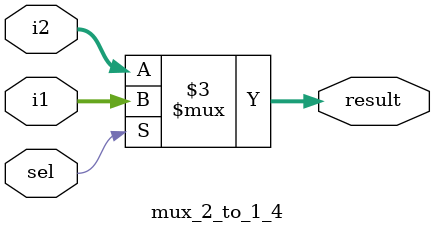
<source format=sv>
module mux_2_to_1_4 #(parameter N=4)(input [N-1:0] i1, i2, input logic sel, output logic [N-1:0] result);
	
	always @* begin
    if (sel)
      result = i1;
    else
      result = i2;
  end

endmodule
</source>
